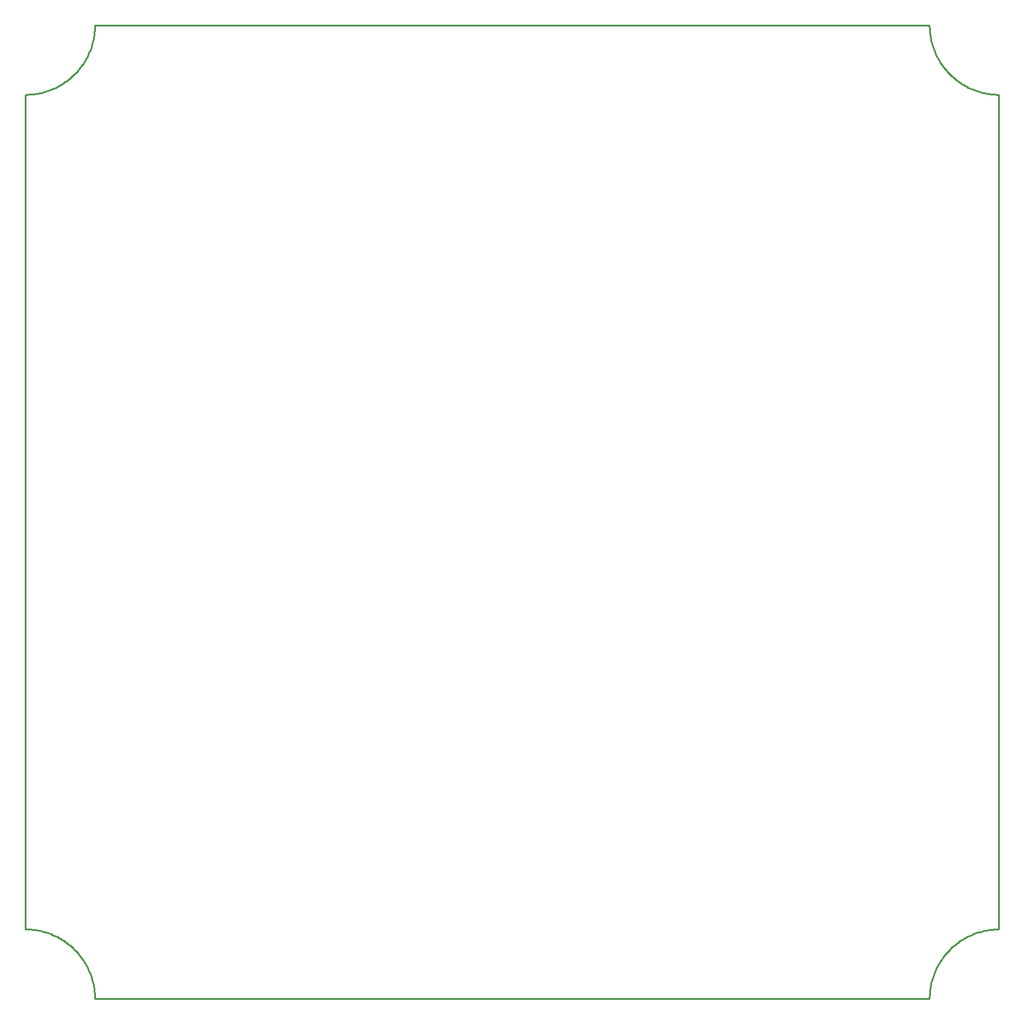
<source format=gko>
G04*
G04 #@! TF.GenerationSoftware,Altium Limited,Altium Designer,22.6.1 (34)*
G04*
G04 Layer_Color=16711935*
%FSLAX25Y25*%
%MOIN*%
G70*
G04*
G04 #@! TF.SameCoordinates,AF77A519-CAE8-4CE4-B455-2A79372E2E6D*
G04*
G04*
G04 #@! TF.FilePolarity,Positive*
G04*
G01*
G75*
%ADD12C,0.01000*%
D12*
X39370Y0D02*
X39358Y997D01*
X39320Y1994D01*
X39256Y2990D01*
X39168Y3983D01*
X39055Y4974D01*
X38916Y5962D01*
X38753Y6946D01*
X38564Y7925D01*
X38351Y8900D01*
X38113Y9868D01*
X37851Y10831D01*
X37565Y11786D01*
X37254Y12734D01*
X36919Y13673D01*
X36561Y14604D01*
X36179Y15526D01*
X35774Y16437D01*
X35347Y17338D01*
X34896Y18228D01*
X34423Y19106D01*
X33928Y19972D01*
X33411Y20825D01*
X32873Y21665D01*
X32313Y22491D01*
X31733Y23302D01*
X31133Y24099D01*
X30512Y24880D01*
X29872Y25645D01*
X29213Y26393D01*
X28535Y27125D01*
X27839Y27839D01*
X27125Y28535D01*
X26393Y29213D01*
X25645Y29872D01*
X24880Y30512D01*
X24099Y31133D01*
X23302Y31733D01*
X22491Y32313D01*
X21665Y32873D01*
X20825Y33411D01*
X19972Y33928D01*
X19106Y34423D01*
X18228Y34896D01*
X17338Y35347D01*
X16437Y35774D01*
X15526Y36180D01*
X14604Y36561D01*
X13673Y36919D01*
X12734Y37254D01*
X11786Y37565D01*
X10830Y37851D01*
X9868Y38113D01*
X8900Y38351D01*
X7925Y38564D01*
X6946Y38753D01*
X5962Y38916D01*
X4974Y39055D01*
X3983Y39168D01*
X2990Y39256D01*
X1994Y39320D01*
X997Y39358D01*
X0Y39370D01*
Y511811D02*
X997Y511824D01*
X1994Y511862D01*
X2990Y511925D01*
X3983Y512013D01*
X4974Y512126D01*
X5962Y512265D01*
X6946Y512429D01*
X7925Y512617D01*
X8900Y512830D01*
X9868Y513068D01*
X10830Y513330D01*
X11786Y513617D01*
X12734Y513927D01*
X13673Y514262D01*
X14604Y514620D01*
X15526Y515002D01*
X16437Y515407D01*
X17338Y515834D01*
X18228Y516285D01*
X19106Y516758D01*
X19972Y517253D01*
X20825Y517770D01*
X21665Y518308D01*
X22491Y518867D01*
X23302Y519448D01*
X24099Y520048D01*
X24879Y520669D01*
X25644Y521309D01*
X26393Y521968D01*
X27125Y522646D01*
X27839Y523342D01*
X28535Y524056D01*
X29213Y524788D01*
X29872Y525536D01*
X30512Y526301D01*
X31133Y527082D01*
X31733Y527879D01*
X32313Y528690D01*
X32873Y529516D01*
X33411Y530355D01*
X33928Y531209D01*
X34423Y532074D01*
X34896Y532952D01*
X35346Y533842D01*
X35774Y534743D01*
X36179Y535655D01*
X36561Y536576D01*
X36919Y537507D01*
X37254Y538447D01*
X37564Y539395D01*
X37851Y540350D01*
X38113Y541312D01*
X38351Y542281D01*
X38564Y543256D01*
X38752Y544235D01*
X38916Y545219D01*
X39055Y546207D01*
X39168Y547197D01*
X39256Y548191D01*
X39320Y549187D01*
X39357Y550183D01*
X39370Y551181D01*
X511811Y551181D02*
X511824Y550184D01*
X511862Y549187D01*
X511925Y548192D01*
X512013Y547198D01*
X512126Y546207D01*
X512265Y545219D01*
X512429Y544235D01*
X512617Y543256D01*
X512830Y542282D01*
X513068Y541313D01*
X513330Y540350D01*
X513617Y539395D01*
X513927Y538447D01*
X514262Y537508D01*
X514620Y536577D01*
X515002Y535655D01*
X515407Y534744D01*
X515835Y533843D01*
X516285Y532953D01*
X516758Y532075D01*
X517253Y531209D01*
X517770Y530356D01*
X518308Y529516D01*
X518868Y528690D01*
X519448Y527879D01*
X520048Y527082D01*
X520669Y526301D01*
X521309Y525536D01*
X521968Y524788D01*
X522646Y524056D01*
X523342Y523342D01*
X524056Y522646D01*
X524788Y521968D01*
X525536Y521309D01*
X526301Y520669D01*
X527082Y520048D01*
X527879Y519448D01*
X528690Y518868D01*
X529516Y518308D01*
X530356Y517770D01*
X531209Y517253D01*
X532075Y516758D01*
X532953Y516285D01*
X533843Y515834D01*
X534744Y515407D01*
X535655Y515002D01*
X536577Y514620D01*
X537508Y514262D01*
X538447Y513927D01*
X539395Y513617D01*
X540351Y513330D01*
X541313Y513068D01*
X542282Y512830D01*
X543256Y512617D01*
X544236Y512429D01*
X545219Y512265D01*
X546207Y512126D01*
X547198Y512013D01*
X548192Y511925D01*
X549187Y511862D01*
X550184Y511824D01*
X551181Y511811D01*
X551181Y39370D02*
X550184Y39358D01*
X549187Y39320D01*
X548192Y39256D01*
X547198Y39168D01*
X546207Y39055D01*
X545219Y38916D01*
X544235Y38753D01*
X543256Y38564D01*
X542282Y38351D01*
X541313Y38113D01*
X540350Y37851D01*
X539395Y37565D01*
X538447Y37254D01*
X537508Y36919D01*
X536577Y36561D01*
X535655Y36179D01*
X534744Y35774D01*
X533843Y35347D01*
X532953Y34896D01*
X532075Y34423D01*
X531209Y33928D01*
X530356Y33411D01*
X529516Y32873D01*
X528690Y32313D01*
X527879Y31733D01*
X527082Y31133D01*
X526301Y30512D01*
X525536Y29872D01*
X524788Y29213D01*
X524056Y28535D01*
X523342Y27839D01*
X522646Y27125D01*
X521968Y26393D01*
X521309Y25645D01*
X520669Y24880D01*
X520048Y24099D01*
X519448Y23302D01*
X518868Y22491D01*
X518308Y21665D01*
X517770Y20825D01*
X517253Y19972D01*
X516758Y19106D01*
X516285Y18228D01*
X515834Y17338D01*
X515407Y16437D01*
X515002Y15526D01*
X514620Y14604D01*
X514262Y13673D01*
X513927Y12734D01*
X513617Y11786D01*
X513330Y10830D01*
X513068Y9868D01*
X512830Y8900D01*
X512617Y7925D01*
X512429Y6946D01*
X512265Y5962D01*
X512126Y4974D01*
X512013Y3983D01*
X511925Y2989D01*
X511862Y1994D01*
X511824Y997D01*
X511811Y0D01*
X39370Y551181D02*
X511811D01*
X551181Y511811D02*
X551181Y39370D01*
X-0Y511811D02*
X-0Y39370D01*
X39370Y-0D02*
X511811D01*
M02*

</source>
